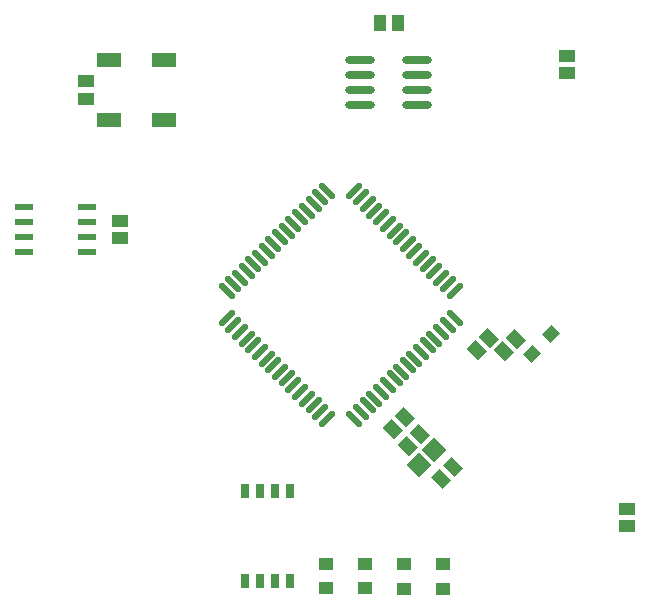
<source format=gbr>
%TF.GenerationSoftware,Altium Limited,Altium Designer,19.1.8 (144)*%
G04 Layer_Color=8421504*
%FSLAX23Y23*%
%MOIN*%
%TF.FileFunction,Paste,Top*%
%TF.Part,Single*%
G01*
G75*
%TA.AperFunction,SMDPad,CuDef*%
G04:AMPARAMS|DCode=10|XSize=53mil|YSize=41mil|CornerRadius=0mil|HoleSize=0mil|Usage=FLASHONLY|Rotation=315.000|XOffset=0mil|YOffset=0mil|HoleType=Round|Shape=Rectangle|*
%AMROTATEDRECTD10*
4,1,4,-0.033,0.004,-0.004,0.033,0.033,-0.004,0.004,-0.033,-0.033,0.004,0.0*
%
%ADD10ROTATEDRECTD10*%

G04:AMPARAMS|DCode=11|XSize=53mil|YSize=42mil|CornerRadius=0mil|HoleSize=0mil|Usage=FLASHONLY|Rotation=315.000|XOffset=0mil|YOffset=0mil|HoleType=Round|Shape=Rectangle|*
%AMROTATEDRECTD11*
4,1,4,-0.034,0.004,-0.004,0.034,0.034,-0.004,0.004,-0.034,-0.034,0.004,0.0*
%
%ADD11ROTATEDRECTD11*%

%ADD12R,0.043X0.053*%
G04:AMPARAMS|DCode=13|XSize=61mil|YSize=57mil|CornerRadius=0mil|HoleSize=0mil|Usage=FLASHONLY|Rotation=315.000|XOffset=0mil|YOffset=0mil|HoleType=Round|Shape=Rectangle|*
%AMROTATEDRECTD13*
4,1,4,-0.042,0.001,-0.001,0.042,0.042,-0.001,0.001,-0.042,-0.042,0.001,0.0*
%
%ADD13ROTATEDRECTD13*%

G04:AMPARAMS|DCode=14|XSize=53mil|YSize=43mil|CornerRadius=0mil|HoleSize=0mil|Usage=FLASHONLY|Rotation=315.000|XOffset=0mil|YOffset=0mil|HoleType=Round|Shape=Rectangle|*
%AMROTATEDRECTD14*
4,1,4,-0.034,0.004,-0.004,0.034,0.034,-0.004,0.004,-0.034,-0.034,0.004,0.0*
%
%ADD14ROTATEDRECTD14*%

%ADD15R,0.053X0.043*%
%ADD16O,0.098X0.028*%
G04:AMPARAMS|DCode=17|XSize=39mil|YSize=45mil|CornerRadius=0mil|HoleSize=0mil|Usage=FLASHONLY|Rotation=315.000|XOffset=0mil|YOffset=0mil|HoleType=Round|Shape=Rectangle|*
%AMROTATEDRECTD17*
4,1,4,-0.030,-0.002,0.002,0.030,0.030,0.002,-0.002,-0.030,-0.030,-0.002,0.0*
%
%ADD17ROTATEDRECTD17*%

%ADD18R,0.059X0.024*%
%ADD19R,0.083X0.051*%
%ADD20R,0.030X0.050*%
%ADD21R,0.047X0.043*%
G04:AMPARAMS|DCode=22|XSize=22mil|YSize=69mil|CornerRadius=0mil|HoleSize=0mil|Usage=FLASHONLY|Rotation=225.000|XOffset=0mil|YOffset=0mil|HoleType=Round|Shape=Round|*
%AMOVALD22*
21,1,0.047,0.022,0.000,0.000,315.0*
1,1,0.022,-0.017,0.017*
1,1,0.022,0.017,-0.017*
%
%ADD22OVALD22*%

G04:AMPARAMS|DCode=23|XSize=22mil|YSize=69mil|CornerRadius=0mil|HoleSize=0mil|Usage=FLASHONLY|Rotation=315.000|XOffset=0mil|YOffset=0mil|HoleType=Round|Shape=Round|*
%AMOVALD23*
21,1,0.047,0.022,0.000,0.000,45.0*
1,1,0.022,-0.017,-0.017*
1,1,0.022,0.017,0.017*
%
%ADD23OVALD23*%

D10*
X1835Y420D02*
D03*
X1875Y460D02*
D03*
D11*
X1676Y586D02*
D03*
X1714Y624D02*
D03*
D12*
X1690Y1940D02*
D03*
X1633D02*
D03*
D13*
X1760Y465D02*
D03*
X1810Y515D02*
D03*
D14*
X1765Y570D02*
D03*
X1725Y530D02*
D03*
X2085Y885D02*
D03*
X2045Y845D02*
D03*
X1955Y850D02*
D03*
X1995Y890D02*
D03*
D15*
X2255Y1829D02*
D03*
Y1771D02*
D03*
X765Y1221D02*
D03*
Y1279D02*
D03*
X650Y1744D02*
D03*
Y1686D02*
D03*
X2455Y320D02*
D03*
Y263D02*
D03*
D16*
X1756Y1665D02*
D03*
Y1715D02*
D03*
Y1765D02*
D03*
Y1815D02*
D03*
X1564Y1665D02*
D03*
Y1715D02*
D03*
Y1765D02*
D03*
Y1815D02*
D03*
D17*
X2203Y903D02*
D03*
X2137Y837D02*
D03*
D18*
X446Y1325D02*
D03*
Y1275D02*
D03*
Y1225D02*
D03*
Y1175D02*
D03*
X654D02*
D03*
Y1225D02*
D03*
Y1275D02*
D03*
Y1325D02*
D03*
D19*
X729Y1815D02*
D03*
Y1615D02*
D03*
X910D02*
D03*
Y1815D02*
D03*
D20*
X1180Y80D02*
D03*
X1230D02*
D03*
X1280D02*
D03*
X1330D02*
D03*
Y380D02*
D03*
X1280D02*
D03*
X1230D02*
D03*
X1180D02*
D03*
D21*
X1450Y54D02*
D03*
Y136D02*
D03*
X1580Y54D02*
D03*
Y136D02*
D03*
X1710Y52D02*
D03*
Y135D02*
D03*
X1840Y52D02*
D03*
Y135D02*
D03*
D22*
X1880Y954D02*
D03*
X1858Y932D02*
D03*
X1835Y910D02*
D03*
X1813Y887D02*
D03*
X1791Y865D02*
D03*
X1769Y843D02*
D03*
X1746Y820D02*
D03*
X1724Y798D02*
D03*
X1702Y776D02*
D03*
X1680Y754D02*
D03*
X1657Y731D02*
D03*
X1635Y709D02*
D03*
X1613Y687D02*
D03*
X1590Y665D02*
D03*
X1568Y642D02*
D03*
X1546Y620D02*
D03*
X1120Y1046D02*
D03*
X1142Y1068D02*
D03*
X1165Y1090D02*
D03*
X1187Y1113D02*
D03*
X1209Y1135D02*
D03*
X1231Y1157D02*
D03*
X1254Y1180D02*
D03*
X1276Y1202D02*
D03*
X1298Y1224D02*
D03*
X1320Y1246D02*
D03*
X1343Y1269D02*
D03*
X1365Y1291D02*
D03*
X1387Y1313D02*
D03*
X1410Y1335D02*
D03*
X1432Y1358D02*
D03*
X1454Y1380D02*
D03*
D23*
Y620D02*
D03*
X1432Y642D02*
D03*
X1410Y665D02*
D03*
X1387Y687D02*
D03*
X1365Y709D02*
D03*
X1343Y731D02*
D03*
X1320Y754D02*
D03*
X1298Y776D02*
D03*
X1276Y798D02*
D03*
X1254Y820D02*
D03*
X1231Y843D02*
D03*
X1209Y865D02*
D03*
X1187Y887D02*
D03*
X1165Y910D02*
D03*
X1142Y932D02*
D03*
X1120Y954D02*
D03*
X1546Y1380D02*
D03*
X1568Y1358D02*
D03*
X1590Y1335D02*
D03*
X1613Y1313D02*
D03*
X1635Y1291D02*
D03*
X1657Y1269D02*
D03*
X1680Y1246D02*
D03*
X1702Y1224D02*
D03*
X1724Y1202D02*
D03*
X1746Y1180D02*
D03*
X1769Y1157D02*
D03*
X1791Y1135D02*
D03*
X1813Y1113D02*
D03*
X1835Y1090D02*
D03*
X1858Y1068D02*
D03*
X1880Y1046D02*
D03*
%TF.MD5,b74049633abc8d5f7bb4dcd47cc3f97d*%
M02*

</source>
